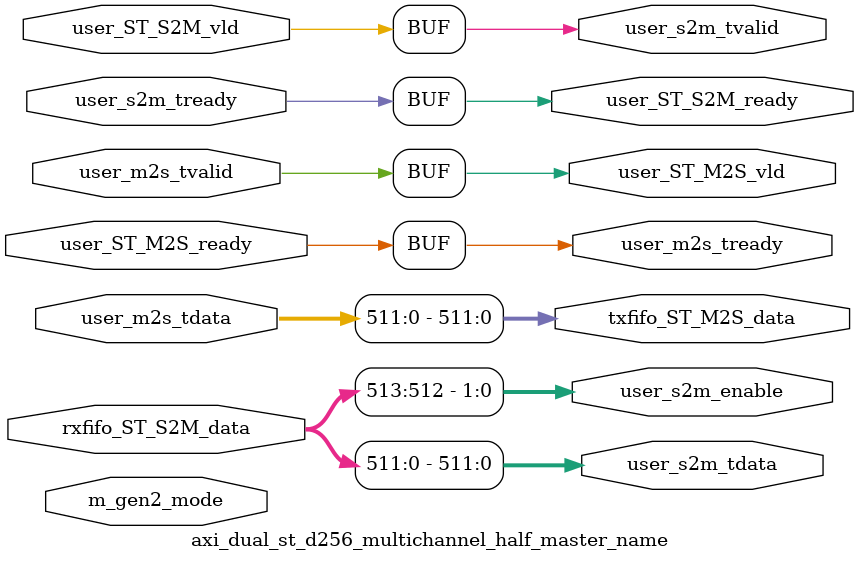
<source format=sv>

module axi_dual_st_d256_multichannel_half_master_name  (

  // ST_M2S channel
  input  logic [ 511:   0]   user_m2s_tdata      ,
  input  logic               user_m2s_tvalid     ,
  output logic               user_m2s_tready     ,

  // ST_S2M channel
  output logic [ 511:   0]   user_s2m_tdata      ,
  output logic               user_s2m_tvalid     ,
  input  logic               user_s2m_tready     ,
  output logic [   1:   0]   user_s2m_enable     ,

  // Logic Link Interfaces
  output logic               user_ST_M2S_vld     ,
  output logic [ 513:   0]   txfifo_ST_M2S_data  ,
  input  logic               user_ST_M2S_ready   ,

  input  logic               user_ST_S2M_vld     ,
  input  logic [ 513:   0]   rxfifo_ST_S2M_data  ,
  output logic               user_ST_S2M_ready   ,

  input  logic               m_gen2_mode         

);

  // Connect Data

  assign user_ST_M2S_vld                    = user_m2s_tvalid                    ;
  assign user_m2s_tready                    = user_ST_M2S_ready                  ;
  assign txfifo_ST_M2S_data   [   0 +: 256] = user_m2s_tdata       [   0 +: 256] ;
  assign txfifo_ST_M2S_data   [ 256 +: 256] = user_m2s_tdata       [ 256 +: 256] ;

  assign user_s2m_tvalid                    = user_ST_S2M_vld                    ;
  assign user_ST_S2M_ready                  = user_s2m_tready                    ;
  assign user_s2m_tdata       [   0 +: 256] = rxfifo_ST_S2M_data   [   0 +: 256] ;
  assign user_s2m_enable      [   0 +:   1] = rxfifo_ST_S2M_data   [ 512 +:   1] ;
  assign user_s2m_tdata       [ 256 +: 256] = rxfifo_ST_S2M_data   [ 256 +: 256] ;
  assign user_s2m_enable      [   1 +:   1] = rxfifo_ST_S2M_data   [ 513 +:   1] ;

endmodule

</source>
